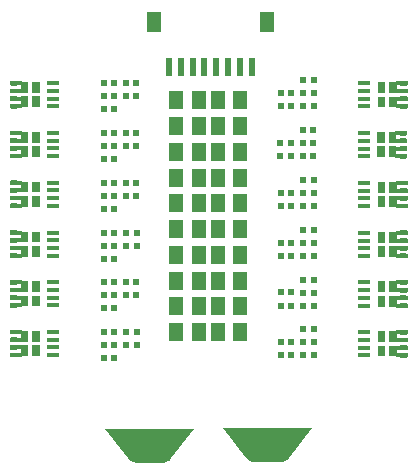
<source format=gtp>
G04*
G04 #@! TF.GenerationSoftware,Altium Limited,Altium Designer,24.6.1 (21)*
G04*
G04 Layer_Color=8421504*
%FSLAX44Y44*%
%MOMM*%
G71*
G04*
G04 #@! TF.SameCoordinates,C8D772FE-2820-431E-A14A-531BD9A9DE4E*
G04*
G04*
G04 #@! TF.FilePolarity,Positive*
G04*
G01*
G75*
G04:AMPARAMS|DCode=13|XSize=0.4mm|YSize=0.95mm|CornerRadius=0.074mm|HoleSize=0mm|Usage=FLASHONLY|Rotation=90.000|XOffset=0mm|YOffset=0mm|HoleType=Round|Shape=RoundedRectangle|*
%AMROUNDEDRECTD13*
21,1,0.4000,0.8020,0,0,90.0*
21,1,0.2520,0.9500,0,0,90.0*
1,1,0.1480,0.4010,0.1260*
1,1,0.1480,0.4010,-0.1260*
1,1,0.1480,-0.4010,-0.1260*
1,1,0.1480,-0.4010,0.1260*
%
%ADD13ROUNDEDRECTD13*%
%ADD14R,1.3000X1.5000*%
%ADD15R,1.2000X1.8000*%
%ADD16R,0.6000X1.5500*%
%ADD17R,0.5600X0.6000*%
%ADD18R,2.8000X2.8000*%
G36*
X40928Y321853D02*
X35558D01*
X35518Y321863D01*
X35478Y321873D01*
X35448D01*
X35408Y321883D01*
X35378Y321903D01*
X35348Y321913D01*
X35308Y321933D01*
X35278Y321943D01*
X35248Y321963D01*
X35218Y321983D01*
X35188Y322013D01*
X35158Y322033D01*
X35138Y322063D01*
X35108Y322083D01*
X35088Y322113D01*
X35058Y322143D01*
X35038Y322173D01*
X35018Y322203D01*
X35008Y322233D01*
X34988Y322273D01*
X34978Y322303D01*
X34958Y322333D01*
X34948Y322373D01*
Y322403D01*
X34938Y322443D01*
X34928Y322483D01*
Y325223D01*
X34938Y325263D01*
X34948Y325303D01*
Y325333D01*
X34958Y325373D01*
X34978Y325403D01*
X34988Y325433D01*
X35008Y325473D01*
X35018Y325503D01*
X35038Y325533D01*
X35058Y325563D01*
X35088Y325593D01*
X35108Y325623D01*
X35138Y325643D01*
X35158Y325673D01*
X35188Y325693D01*
X35218Y325723D01*
X35248Y325743D01*
X35278Y325763D01*
X35308Y325773D01*
X35348Y325793D01*
X35378Y325803D01*
X35408Y325823D01*
X35448Y325833D01*
X35478D01*
X35518Y325843D01*
X35558Y325853D01*
X40928D01*
Y321853D01*
D02*
G37*
G36*
X370512Y325667D02*
X370552Y325657D01*
X370582D01*
X370622Y325647D01*
X370652Y325627D01*
X370682Y325617D01*
X370722Y325597D01*
X370752Y325587D01*
X370782Y325567D01*
X370812Y325547D01*
X370842Y325517D01*
X370872Y325497D01*
X370892Y325467D01*
X370922Y325447D01*
X370942Y325417D01*
X370972Y325387D01*
X370992Y325357D01*
X371012Y325327D01*
X371022Y325297D01*
X371042Y325257D01*
X371052Y325227D01*
X371072Y325197D01*
X371082Y325157D01*
Y325127D01*
X371092Y325087D01*
X371102Y325047D01*
Y322307D01*
X371092Y322267D01*
X371082Y322227D01*
Y322197D01*
X371072Y322157D01*
X371052Y322127D01*
X371042Y322097D01*
X371022Y322057D01*
X371012Y322027D01*
X370992Y321997D01*
X370972Y321967D01*
X370942Y321937D01*
X370922Y321907D01*
X370892Y321887D01*
X370872Y321857D01*
X370842Y321837D01*
X370812Y321807D01*
X370782Y321787D01*
X370752Y321767D01*
X370722Y321757D01*
X370682Y321737D01*
X370652Y321727D01*
X370622Y321707D01*
X370582Y321697D01*
X370552D01*
X370512Y321687D01*
X370472Y321677D01*
X365102D01*
Y325677D01*
X370472D01*
X370512Y325667D01*
D02*
G37*
G36*
X60028Y315603D02*
X53428D01*
Y324703D01*
X60028D01*
Y315603D01*
D02*
G37*
G36*
X50428D02*
X43828D01*
Y324703D01*
X50428D01*
Y315603D01*
D02*
G37*
G36*
X362202Y315427D02*
X355602D01*
Y324527D01*
X362202D01*
Y315427D01*
D02*
G37*
G36*
X352602D02*
X346002D01*
Y324527D01*
X352602D01*
Y315427D01*
D02*
G37*
G36*
X40928Y315353D02*
X35558D01*
X35518Y315363D01*
X35478Y315373D01*
X35448D01*
X35408Y315383D01*
X35378Y315403D01*
X35348Y315413D01*
X35308Y315433D01*
X35278Y315443D01*
X35248Y315463D01*
X35218Y315483D01*
X35188Y315513D01*
X35158Y315533D01*
X35138Y315563D01*
X35108Y315583D01*
X35088Y315613D01*
X35058Y315643D01*
X35038Y315673D01*
X35018Y315703D01*
X35008Y315733D01*
X34988Y315773D01*
X34978Y315803D01*
X34958Y315833D01*
X34948Y315873D01*
Y315903D01*
X34938Y315943D01*
X34928Y315983D01*
Y318723D01*
X34938Y318763D01*
X34948Y318803D01*
Y318833D01*
X34958Y318873D01*
X34978Y318903D01*
X34988Y318933D01*
X35008Y318973D01*
X35018Y319003D01*
X35038Y319033D01*
X35058Y319063D01*
X35088Y319093D01*
X35108Y319123D01*
X35138Y319143D01*
X35158Y319173D01*
X35188Y319193D01*
X35218Y319223D01*
X35248Y319243D01*
X35278Y319263D01*
X35308Y319273D01*
X35348Y319293D01*
X35378Y319303D01*
X35408Y319323D01*
X35448Y319333D01*
X35478D01*
X35518Y319343D01*
X35558Y319353D01*
X40928D01*
Y315353D01*
D02*
G37*
G36*
X370512Y319167D02*
X370552Y319157D01*
X370582D01*
X370622Y319147D01*
X370652Y319127D01*
X370682Y319117D01*
X370722Y319097D01*
X370752Y319087D01*
X370782Y319067D01*
X370812Y319047D01*
X370842Y319017D01*
X370872Y318997D01*
X370892Y318967D01*
X370922Y318947D01*
X370942Y318917D01*
X370972Y318887D01*
X370992Y318857D01*
X371012Y318827D01*
X371022Y318797D01*
X371042Y318757D01*
X371052Y318727D01*
X371072Y318697D01*
X371082Y318657D01*
Y318627D01*
X371092Y318587D01*
X371102Y318547D01*
Y315807D01*
X371092Y315767D01*
X371082Y315727D01*
Y315697D01*
X371072Y315657D01*
X371052Y315627D01*
X371042Y315597D01*
X371022Y315557D01*
X371012Y315527D01*
X370992Y315497D01*
X370972Y315467D01*
X370942Y315437D01*
X370922Y315407D01*
X370892Y315387D01*
X370872Y315357D01*
X370842Y315337D01*
X370812Y315307D01*
X370782Y315287D01*
X370752Y315267D01*
X370722Y315257D01*
X370682Y315237D01*
X370652Y315227D01*
X370622Y315207D01*
X370582Y315197D01*
X370552D01*
X370512Y315187D01*
X370472Y315177D01*
X365102D01*
Y319177D01*
X370472D01*
X370512Y319167D01*
D02*
G37*
G36*
X40928Y308853D02*
X35558D01*
X35518Y308863D01*
X35478Y308873D01*
X35448D01*
X35408Y308883D01*
X35378Y308903D01*
X35348Y308913D01*
X35308Y308933D01*
X35278Y308943D01*
X35248Y308963D01*
X35218Y308983D01*
X35188Y309013D01*
X35158Y309033D01*
X35138Y309063D01*
X35108Y309083D01*
X35088Y309113D01*
X35058Y309143D01*
X35038Y309173D01*
X35018Y309203D01*
X35008Y309233D01*
X34988Y309273D01*
X34978Y309303D01*
X34958Y309333D01*
X34948Y309373D01*
Y309403D01*
X34938Y309443D01*
X34928Y309483D01*
Y312223D01*
X34938Y312263D01*
X34948Y312303D01*
Y312333D01*
X34958Y312373D01*
X34978Y312403D01*
X34988Y312433D01*
X35008Y312473D01*
X35018Y312503D01*
X35038Y312533D01*
X35058Y312563D01*
X35088Y312593D01*
X35108Y312623D01*
X35138Y312643D01*
X35158Y312673D01*
X35188Y312693D01*
X35218Y312723D01*
X35248Y312743D01*
X35278Y312763D01*
X35308Y312773D01*
X35348Y312793D01*
X35378Y312803D01*
X35408Y312823D01*
X35448Y312833D01*
X35478D01*
X35518Y312843D01*
X35558Y312853D01*
X40928D01*
Y308853D01*
D02*
G37*
G36*
X370512Y312667D02*
X370552Y312657D01*
X370582D01*
X370622Y312647D01*
X370652Y312627D01*
X370682Y312617D01*
X370722Y312597D01*
X370752Y312587D01*
X370782Y312567D01*
X370812Y312547D01*
X370842Y312517D01*
X370872Y312497D01*
X370892Y312467D01*
X370922Y312447D01*
X370942Y312417D01*
X370972Y312387D01*
X370992Y312357D01*
X371012Y312327D01*
X371022Y312297D01*
X371042Y312257D01*
X371052Y312227D01*
X371072Y312197D01*
X371082Y312157D01*
Y312127D01*
X371092Y312087D01*
X371102Y312047D01*
Y309307D01*
X371092Y309267D01*
X371082Y309227D01*
Y309197D01*
X371072Y309157D01*
X371052Y309127D01*
X371042Y309097D01*
X371022Y309057D01*
X371012Y309027D01*
X370992Y308997D01*
X370972Y308967D01*
X370942Y308937D01*
X370922Y308907D01*
X370892Y308887D01*
X370872Y308857D01*
X370842Y308837D01*
X370812Y308807D01*
X370782Y308787D01*
X370752Y308767D01*
X370722Y308757D01*
X370682Y308737D01*
X370652Y308727D01*
X370622Y308707D01*
X370582Y308697D01*
X370552D01*
X370512Y308687D01*
X370472Y308677D01*
X365102D01*
Y312677D01*
X370472D01*
X370512Y312667D01*
D02*
G37*
G36*
X60028Y303503D02*
X53428D01*
Y312603D01*
X60028D01*
Y303503D01*
D02*
G37*
G36*
X50428D02*
X43828D01*
Y312603D01*
X50428D01*
Y303503D01*
D02*
G37*
G36*
X362202Y303327D02*
X355602D01*
Y312427D01*
X362202D01*
Y303327D01*
D02*
G37*
G36*
X352602D02*
X346002D01*
Y312427D01*
X352602D01*
Y303327D01*
D02*
G37*
G36*
X40928Y302353D02*
X35558D01*
X35518Y302363D01*
X35478Y302373D01*
X35448D01*
X35408Y302383D01*
X35378Y302403D01*
X35348Y302413D01*
X35308Y302433D01*
X35278Y302443D01*
X35248Y302463D01*
X35218Y302483D01*
X35188Y302513D01*
X35158Y302533D01*
X35138Y302563D01*
X35108Y302583D01*
X35088Y302613D01*
X35058Y302643D01*
X35038Y302673D01*
X35018Y302703D01*
X35008Y302733D01*
X34988Y302773D01*
X34978Y302803D01*
X34958Y302833D01*
X34948Y302873D01*
Y302903D01*
X34938Y302943D01*
X34928Y302983D01*
Y305723D01*
X34938Y305763D01*
X34948Y305803D01*
Y305833D01*
X34958Y305873D01*
X34978Y305903D01*
X34988Y305933D01*
X35008Y305973D01*
X35018Y306003D01*
X35038Y306033D01*
X35058Y306063D01*
X35088Y306093D01*
X35108Y306123D01*
X35138Y306143D01*
X35158Y306173D01*
X35188Y306193D01*
X35218Y306223D01*
X35248Y306243D01*
X35278Y306263D01*
X35308Y306273D01*
X35348Y306293D01*
X35378Y306303D01*
X35408Y306323D01*
X35448Y306333D01*
X35478D01*
X35518Y306343D01*
X35558Y306353D01*
X40928D01*
Y302353D01*
D02*
G37*
G36*
X370512Y306167D02*
X370552Y306157D01*
X370582D01*
X370622Y306147D01*
X370652Y306127D01*
X370682Y306117D01*
X370722Y306097D01*
X370752Y306087D01*
X370782Y306067D01*
X370812Y306047D01*
X370842Y306017D01*
X370872Y305997D01*
X370892Y305967D01*
X370922Y305947D01*
X370942Y305917D01*
X370972Y305887D01*
X370992Y305857D01*
X371012Y305827D01*
X371022Y305797D01*
X371042Y305757D01*
X371052Y305727D01*
X371072Y305697D01*
X371082Y305657D01*
Y305627D01*
X371092Y305587D01*
X371102Y305547D01*
Y302807D01*
X371092Y302767D01*
X371082Y302727D01*
Y302697D01*
X371072Y302657D01*
X371052Y302627D01*
X371042Y302597D01*
X371022Y302557D01*
X371012Y302527D01*
X370992Y302497D01*
X370972Y302467D01*
X370942Y302437D01*
X370922Y302407D01*
X370892Y302387D01*
X370872Y302357D01*
X370842Y302337D01*
X370812Y302307D01*
X370782Y302287D01*
X370752Y302267D01*
X370722Y302257D01*
X370682Y302237D01*
X370652Y302227D01*
X370622Y302207D01*
X370582Y302197D01*
X370552D01*
X370512Y302187D01*
X370472Y302177D01*
X365102D01*
Y306177D01*
X370472D01*
X370512Y306167D01*
D02*
G37*
G36*
X40928Y279712D02*
X35558D01*
X35518Y279722D01*
X35478Y279732D01*
X35448D01*
X35408Y279742D01*
X35378Y279762D01*
X35348Y279772D01*
X35308Y279792D01*
X35278Y279802D01*
X35248Y279822D01*
X35218Y279842D01*
X35188Y279872D01*
X35158Y279892D01*
X35138Y279922D01*
X35108Y279942D01*
X35088Y279972D01*
X35058Y280002D01*
X35038Y280032D01*
X35018Y280062D01*
X35008Y280092D01*
X34988Y280132D01*
X34978Y280162D01*
X34958Y280192D01*
X34948Y280232D01*
Y280262D01*
X34938Y280302D01*
X34928Y280342D01*
Y283082D01*
X34938Y283122D01*
X34948Y283162D01*
Y283192D01*
X34958Y283232D01*
X34978Y283262D01*
X34988Y283292D01*
X35008Y283332D01*
X35018Y283362D01*
X35038Y283392D01*
X35058Y283422D01*
X35088Y283452D01*
X35108Y283482D01*
X35138Y283502D01*
X35158Y283532D01*
X35188Y283552D01*
X35218Y283582D01*
X35248Y283602D01*
X35278Y283622D01*
X35308Y283632D01*
X35348Y283652D01*
X35378Y283662D01*
X35408Y283682D01*
X35448Y283692D01*
X35478D01*
X35518Y283702D01*
X35558Y283712D01*
X40928D01*
Y279712D01*
D02*
G37*
G36*
X370263Y283526D02*
X370303Y283516D01*
X370333D01*
X370373Y283506D01*
X370403Y283486D01*
X370433Y283476D01*
X370473Y283456D01*
X370503Y283446D01*
X370533Y283426D01*
X370563Y283406D01*
X370593Y283376D01*
X370623Y283356D01*
X370643Y283326D01*
X370673Y283306D01*
X370693Y283276D01*
X370723Y283246D01*
X370743Y283216D01*
X370763Y283186D01*
X370773Y283156D01*
X370793Y283116D01*
X370803Y283086D01*
X370823Y283056D01*
X370833Y283016D01*
Y282986D01*
X370843Y282946D01*
X370853Y282906D01*
Y280166D01*
X370843Y280126D01*
X370833Y280086D01*
Y280056D01*
X370823Y280016D01*
X370803Y279986D01*
X370793Y279956D01*
X370773Y279916D01*
X370763Y279886D01*
X370743Y279856D01*
X370723Y279826D01*
X370693Y279796D01*
X370673Y279766D01*
X370643Y279746D01*
X370623Y279716D01*
X370593Y279696D01*
X370563Y279666D01*
X370533Y279646D01*
X370503Y279626D01*
X370473Y279616D01*
X370433Y279596D01*
X370403Y279586D01*
X370373Y279566D01*
X370333Y279556D01*
X370303D01*
X370263Y279546D01*
X370223Y279536D01*
X364853D01*
Y283536D01*
X370223D01*
X370263Y283526D01*
D02*
G37*
G36*
X60028Y273462D02*
X53428D01*
Y282562D01*
X60028D01*
Y273462D01*
D02*
G37*
G36*
X50428D02*
X43828D01*
Y282562D01*
X50428D01*
Y273462D01*
D02*
G37*
G36*
X361953Y273286D02*
X355353D01*
Y282386D01*
X361953D01*
Y273286D01*
D02*
G37*
G36*
X352353D02*
X345753D01*
Y282386D01*
X352353D01*
Y273286D01*
D02*
G37*
G36*
X40928Y273212D02*
X35558D01*
X35518Y273222D01*
X35478Y273232D01*
X35448D01*
X35408Y273242D01*
X35378Y273262D01*
X35348Y273272D01*
X35308Y273292D01*
X35278Y273302D01*
X35248Y273322D01*
X35218Y273342D01*
X35188Y273372D01*
X35158Y273392D01*
X35138Y273422D01*
X35108Y273442D01*
X35088Y273472D01*
X35058Y273502D01*
X35038Y273532D01*
X35018Y273562D01*
X35008Y273592D01*
X34988Y273632D01*
X34978Y273662D01*
X34958Y273692D01*
X34948Y273732D01*
Y273762D01*
X34938Y273802D01*
X34928Y273842D01*
Y276582D01*
X34938Y276622D01*
X34948Y276662D01*
Y276692D01*
X34958Y276732D01*
X34978Y276762D01*
X34988Y276792D01*
X35008Y276832D01*
X35018Y276862D01*
X35038Y276892D01*
X35058Y276922D01*
X35088Y276952D01*
X35108Y276982D01*
X35138Y277002D01*
X35158Y277032D01*
X35188Y277052D01*
X35218Y277082D01*
X35248Y277102D01*
X35278Y277122D01*
X35308Y277132D01*
X35348Y277152D01*
X35378Y277162D01*
X35408Y277182D01*
X35448Y277192D01*
X35478D01*
X35518Y277202D01*
X35558Y277212D01*
X40928D01*
Y273212D01*
D02*
G37*
G36*
X370263Y277026D02*
X370303Y277016D01*
X370333D01*
X370373Y277006D01*
X370403Y276986D01*
X370433Y276976D01*
X370473Y276956D01*
X370503Y276946D01*
X370533Y276926D01*
X370563Y276906D01*
X370593Y276876D01*
X370623Y276856D01*
X370643Y276826D01*
X370673Y276806D01*
X370693Y276776D01*
X370723Y276746D01*
X370743Y276716D01*
X370763Y276686D01*
X370773Y276656D01*
X370793Y276616D01*
X370803Y276586D01*
X370823Y276556D01*
X370833Y276516D01*
Y276486D01*
X370843Y276446D01*
X370853Y276406D01*
Y273666D01*
X370843Y273626D01*
X370833Y273586D01*
Y273556D01*
X370823Y273516D01*
X370803Y273486D01*
X370793Y273456D01*
X370773Y273416D01*
X370763Y273386D01*
X370743Y273356D01*
X370723Y273326D01*
X370693Y273296D01*
X370673Y273266D01*
X370643Y273246D01*
X370623Y273216D01*
X370593Y273196D01*
X370563Y273166D01*
X370533Y273146D01*
X370503Y273126D01*
X370473Y273116D01*
X370433Y273096D01*
X370403Y273086D01*
X370373Y273066D01*
X370333Y273056D01*
X370303D01*
X370263Y273046D01*
X370223Y273036D01*
X364853D01*
Y277036D01*
X370223D01*
X370263Y277026D01*
D02*
G37*
G36*
X40928Y266712D02*
X35558D01*
X35518Y266722D01*
X35478Y266732D01*
X35448D01*
X35408Y266742D01*
X35378Y266762D01*
X35348Y266772D01*
X35308Y266792D01*
X35278Y266802D01*
X35248Y266822D01*
X35218Y266842D01*
X35188Y266872D01*
X35158Y266892D01*
X35138Y266922D01*
X35108Y266942D01*
X35088Y266972D01*
X35058Y267002D01*
X35038Y267032D01*
X35018Y267062D01*
X35008Y267092D01*
X34988Y267132D01*
X34978Y267162D01*
X34958Y267192D01*
X34948Y267232D01*
Y267262D01*
X34938Y267302D01*
X34928Y267342D01*
Y270082D01*
X34938Y270122D01*
X34948Y270162D01*
Y270192D01*
X34958Y270232D01*
X34978Y270262D01*
X34988Y270292D01*
X35008Y270332D01*
X35018Y270362D01*
X35038Y270392D01*
X35058Y270422D01*
X35088Y270452D01*
X35108Y270482D01*
X35138Y270502D01*
X35158Y270532D01*
X35188Y270552D01*
X35218Y270582D01*
X35248Y270602D01*
X35278Y270622D01*
X35308Y270632D01*
X35348Y270652D01*
X35378Y270662D01*
X35408Y270682D01*
X35448Y270692D01*
X35478D01*
X35518Y270702D01*
X35558Y270712D01*
X40928D01*
Y266712D01*
D02*
G37*
G36*
X370263Y270526D02*
X370303Y270516D01*
X370333D01*
X370373Y270506D01*
X370403Y270486D01*
X370433Y270476D01*
X370473Y270456D01*
X370503Y270446D01*
X370533Y270426D01*
X370563Y270406D01*
X370593Y270376D01*
X370623Y270356D01*
X370643Y270326D01*
X370673Y270306D01*
X370693Y270276D01*
X370723Y270246D01*
X370743Y270216D01*
X370763Y270186D01*
X370773Y270156D01*
X370793Y270116D01*
X370803Y270086D01*
X370823Y270056D01*
X370833Y270016D01*
Y269986D01*
X370843Y269946D01*
X370853Y269906D01*
Y267166D01*
X370843Y267126D01*
X370833Y267086D01*
Y267056D01*
X370823Y267016D01*
X370803Y266986D01*
X370793Y266956D01*
X370773Y266916D01*
X370763Y266886D01*
X370743Y266856D01*
X370723Y266826D01*
X370693Y266796D01*
X370673Y266766D01*
X370643Y266746D01*
X370623Y266716D01*
X370593Y266696D01*
X370563Y266666D01*
X370533Y266646D01*
X370503Y266626D01*
X370473Y266616D01*
X370433Y266596D01*
X370403Y266586D01*
X370373Y266566D01*
X370333Y266556D01*
X370303D01*
X370263Y266546D01*
X370223Y266536D01*
X364853D01*
Y270536D01*
X370223D01*
X370263Y270526D01*
D02*
G37*
G36*
X60028Y261362D02*
X53428D01*
Y270462D01*
X60028D01*
Y261362D01*
D02*
G37*
G36*
X50428D02*
X43828D01*
Y270462D01*
X50428D01*
Y261362D01*
D02*
G37*
G36*
X361953Y261186D02*
X355353D01*
Y270286D01*
X361953D01*
Y261186D01*
D02*
G37*
G36*
X352353D02*
X345753D01*
Y270286D01*
X352353D01*
Y261186D01*
D02*
G37*
G36*
X40928Y260212D02*
X35558D01*
X35518Y260222D01*
X35478Y260232D01*
X35448D01*
X35408Y260242D01*
X35378Y260262D01*
X35348Y260272D01*
X35308Y260292D01*
X35278Y260302D01*
X35248Y260322D01*
X35218Y260342D01*
X35188Y260372D01*
X35158Y260392D01*
X35138Y260422D01*
X35108Y260442D01*
X35088Y260472D01*
X35058Y260502D01*
X35038Y260532D01*
X35018Y260562D01*
X35008Y260592D01*
X34988Y260632D01*
X34978Y260662D01*
X34958Y260692D01*
X34948Y260732D01*
Y260762D01*
X34938Y260802D01*
X34928Y260842D01*
Y263582D01*
X34938Y263622D01*
X34948Y263662D01*
Y263692D01*
X34958Y263732D01*
X34978Y263762D01*
X34988Y263792D01*
X35008Y263832D01*
X35018Y263862D01*
X35038Y263892D01*
X35058Y263922D01*
X35088Y263952D01*
X35108Y263982D01*
X35138Y264002D01*
X35158Y264032D01*
X35188Y264052D01*
X35218Y264082D01*
X35248Y264102D01*
X35278Y264122D01*
X35308Y264132D01*
X35348Y264152D01*
X35378Y264162D01*
X35408Y264182D01*
X35448Y264192D01*
X35478D01*
X35518Y264202D01*
X35558Y264212D01*
X40928D01*
Y260212D01*
D02*
G37*
G36*
X370263Y264026D02*
X370303Y264016D01*
X370333D01*
X370373Y264006D01*
X370403Y263986D01*
X370433Y263976D01*
X370473Y263956D01*
X370503Y263946D01*
X370533Y263926D01*
X370563Y263906D01*
X370593Y263876D01*
X370623Y263856D01*
X370643Y263826D01*
X370673Y263806D01*
X370693Y263776D01*
X370723Y263746D01*
X370743Y263716D01*
X370763Y263686D01*
X370773Y263656D01*
X370793Y263616D01*
X370803Y263586D01*
X370823Y263556D01*
X370833Y263516D01*
Y263486D01*
X370843Y263446D01*
X370853Y263406D01*
Y260666D01*
X370843Y260626D01*
X370833Y260586D01*
Y260556D01*
X370823Y260516D01*
X370803Y260486D01*
X370793Y260456D01*
X370773Y260416D01*
X370763Y260386D01*
X370743Y260356D01*
X370723Y260326D01*
X370693Y260296D01*
X370673Y260266D01*
X370643Y260246D01*
X370623Y260216D01*
X370593Y260196D01*
X370563Y260166D01*
X370533Y260146D01*
X370503Y260126D01*
X370473Y260116D01*
X370433Y260096D01*
X370403Y260086D01*
X370373Y260066D01*
X370333Y260056D01*
X370303D01*
X370263Y260046D01*
X370223Y260036D01*
X364853D01*
Y264036D01*
X370223D01*
X370263Y264026D01*
D02*
G37*
G36*
X40928Y237571D02*
X35558D01*
X35518Y237581D01*
X35478Y237591D01*
X35448D01*
X35408Y237601D01*
X35378Y237621D01*
X35348Y237631D01*
X35308Y237651D01*
X35278Y237661D01*
X35248Y237681D01*
X35218Y237701D01*
X35188Y237731D01*
X35158Y237751D01*
X35138Y237781D01*
X35108Y237801D01*
X35088Y237831D01*
X35058Y237861D01*
X35038Y237891D01*
X35018Y237921D01*
X35008Y237951D01*
X34988Y237991D01*
X34978Y238021D01*
X34958Y238051D01*
X34948Y238091D01*
Y238121D01*
X34938Y238161D01*
X34928Y238201D01*
Y240941D01*
X34938Y240981D01*
X34948Y241021D01*
Y241051D01*
X34958Y241091D01*
X34978Y241121D01*
X34988Y241151D01*
X35008Y241191D01*
X35018Y241221D01*
X35038Y241251D01*
X35058Y241281D01*
X35088Y241311D01*
X35108Y241341D01*
X35138Y241361D01*
X35158Y241391D01*
X35188Y241411D01*
X35218Y241441D01*
X35248Y241461D01*
X35278Y241481D01*
X35308Y241491D01*
X35348Y241511D01*
X35378Y241521D01*
X35408Y241541D01*
X35448Y241551D01*
X35478D01*
X35518Y241561D01*
X35558Y241571D01*
X40928D01*
Y237571D01*
D02*
G37*
G36*
X370512Y241385D02*
X370552Y241375D01*
X370582D01*
X370622Y241365D01*
X370652Y241345D01*
X370682Y241335D01*
X370722Y241315D01*
X370752Y241305D01*
X370782Y241285D01*
X370812Y241265D01*
X370842Y241235D01*
X370872Y241215D01*
X370892Y241185D01*
X370922Y241165D01*
X370942Y241135D01*
X370972Y241105D01*
X370992Y241075D01*
X371012Y241045D01*
X371022Y241015D01*
X371042Y240975D01*
X371052Y240945D01*
X371072Y240915D01*
X371082Y240875D01*
Y240845D01*
X371092Y240805D01*
X371102Y240765D01*
Y238025D01*
X371092Y237985D01*
X371082Y237945D01*
Y237915D01*
X371072Y237875D01*
X371052Y237845D01*
X371042Y237815D01*
X371022Y237775D01*
X371012Y237745D01*
X370992Y237715D01*
X370972Y237685D01*
X370942Y237655D01*
X370922Y237625D01*
X370892Y237605D01*
X370872Y237575D01*
X370842Y237555D01*
X370812Y237525D01*
X370782Y237505D01*
X370752Y237485D01*
X370722Y237475D01*
X370682Y237455D01*
X370652Y237445D01*
X370622Y237425D01*
X370582Y237415D01*
X370552D01*
X370512Y237405D01*
X370472Y237395D01*
X365102D01*
Y241395D01*
X370472D01*
X370512Y241385D01*
D02*
G37*
G36*
X60028Y231321D02*
X53428D01*
Y240421D01*
X60028D01*
Y231321D01*
D02*
G37*
G36*
X50428D02*
X43828D01*
Y240421D01*
X50428D01*
Y231321D01*
D02*
G37*
G36*
X362202Y231145D02*
X355602D01*
Y240245D01*
X362202D01*
Y231145D01*
D02*
G37*
G36*
X352602D02*
X346002D01*
Y240245D01*
X352602D01*
Y231145D01*
D02*
G37*
G36*
X40928Y231071D02*
X35558D01*
X35518Y231081D01*
X35478Y231091D01*
X35448D01*
X35408Y231101D01*
X35378Y231121D01*
X35348Y231131D01*
X35308Y231151D01*
X35278Y231161D01*
X35248Y231181D01*
X35218Y231201D01*
X35188Y231231D01*
X35158Y231251D01*
X35138Y231281D01*
X35108Y231301D01*
X35088Y231331D01*
X35058Y231361D01*
X35038Y231391D01*
X35018Y231421D01*
X35008Y231451D01*
X34988Y231491D01*
X34978Y231521D01*
X34958Y231551D01*
X34948Y231591D01*
Y231621D01*
X34938Y231661D01*
X34928Y231701D01*
Y234441D01*
X34938Y234481D01*
X34948Y234521D01*
Y234551D01*
X34958Y234591D01*
X34978Y234621D01*
X34988Y234651D01*
X35008Y234691D01*
X35018Y234721D01*
X35038Y234751D01*
X35058Y234781D01*
X35088Y234811D01*
X35108Y234841D01*
X35138Y234861D01*
X35158Y234891D01*
X35188Y234911D01*
X35218Y234941D01*
X35248Y234961D01*
X35278Y234981D01*
X35308Y234991D01*
X35348Y235011D01*
X35378Y235021D01*
X35408Y235041D01*
X35448Y235051D01*
X35478D01*
X35518Y235061D01*
X35558Y235071D01*
X40928D01*
Y231071D01*
D02*
G37*
G36*
X370512Y234885D02*
X370552Y234875D01*
X370582D01*
X370622Y234865D01*
X370652Y234845D01*
X370682Y234835D01*
X370722Y234815D01*
X370752Y234805D01*
X370782Y234785D01*
X370812Y234765D01*
X370842Y234735D01*
X370872Y234715D01*
X370892Y234685D01*
X370922Y234665D01*
X370942Y234635D01*
X370972Y234605D01*
X370992Y234575D01*
X371012Y234545D01*
X371022Y234515D01*
X371042Y234475D01*
X371052Y234445D01*
X371072Y234415D01*
X371082Y234375D01*
Y234345D01*
X371092Y234305D01*
X371102Y234265D01*
Y231525D01*
X371092Y231485D01*
X371082Y231445D01*
Y231415D01*
X371072Y231375D01*
X371052Y231345D01*
X371042Y231315D01*
X371022Y231275D01*
X371012Y231245D01*
X370992Y231215D01*
X370972Y231185D01*
X370942Y231155D01*
X370922Y231125D01*
X370892Y231105D01*
X370872Y231075D01*
X370842Y231055D01*
X370812Y231025D01*
X370782Y231005D01*
X370752Y230985D01*
X370722Y230975D01*
X370682Y230955D01*
X370652Y230945D01*
X370622Y230925D01*
X370582Y230915D01*
X370552D01*
X370512Y230905D01*
X370472Y230895D01*
X365102D01*
Y234895D01*
X370472D01*
X370512Y234885D01*
D02*
G37*
G36*
X40928Y224571D02*
X35558D01*
X35518Y224581D01*
X35478Y224591D01*
X35448D01*
X35408Y224601D01*
X35378Y224621D01*
X35348Y224631D01*
X35308Y224651D01*
X35278Y224661D01*
X35248Y224681D01*
X35218Y224701D01*
X35188Y224731D01*
X35158Y224751D01*
X35138Y224781D01*
X35108Y224801D01*
X35088Y224831D01*
X35058Y224861D01*
X35038Y224891D01*
X35018Y224921D01*
X35008Y224951D01*
X34988Y224991D01*
X34978Y225021D01*
X34958Y225051D01*
X34948Y225091D01*
Y225121D01*
X34938Y225161D01*
X34928Y225201D01*
Y227941D01*
X34938Y227981D01*
X34948Y228021D01*
Y228051D01*
X34958Y228091D01*
X34978Y228121D01*
X34988Y228151D01*
X35008Y228191D01*
X35018Y228221D01*
X35038Y228251D01*
X35058Y228281D01*
X35088Y228311D01*
X35108Y228341D01*
X35138Y228361D01*
X35158Y228391D01*
X35188Y228411D01*
X35218Y228441D01*
X35248Y228461D01*
X35278Y228481D01*
X35308Y228491D01*
X35348Y228511D01*
X35378Y228521D01*
X35408Y228541D01*
X35448Y228551D01*
X35478D01*
X35518Y228561D01*
X35558Y228571D01*
X40928D01*
Y224571D01*
D02*
G37*
G36*
X370512Y228385D02*
X370552Y228375D01*
X370582D01*
X370622Y228365D01*
X370652Y228345D01*
X370682Y228335D01*
X370722Y228315D01*
X370752Y228305D01*
X370782Y228285D01*
X370812Y228265D01*
X370842Y228235D01*
X370872Y228215D01*
X370892Y228185D01*
X370922Y228165D01*
X370942Y228135D01*
X370972Y228105D01*
X370992Y228075D01*
X371012Y228045D01*
X371022Y228015D01*
X371042Y227975D01*
X371052Y227945D01*
X371072Y227915D01*
X371082Y227875D01*
Y227845D01*
X371092Y227805D01*
X371102Y227765D01*
Y225025D01*
X371092Y224985D01*
X371082Y224945D01*
Y224915D01*
X371072Y224875D01*
X371052Y224845D01*
X371042Y224815D01*
X371022Y224775D01*
X371012Y224745D01*
X370992Y224715D01*
X370972Y224685D01*
X370942Y224655D01*
X370922Y224625D01*
X370892Y224605D01*
X370872Y224575D01*
X370842Y224555D01*
X370812Y224525D01*
X370782Y224505D01*
X370752Y224485D01*
X370722Y224475D01*
X370682Y224455D01*
X370652Y224445D01*
X370622Y224425D01*
X370582Y224415D01*
X370552D01*
X370512Y224405D01*
X370472Y224395D01*
X365102D01*
Y228395D01*
X370472D01*
X370512Y228385D01*
D02*
G37*
G36*
X60028Y219221D02*
X53428D01*
Y228321D01*
X60028D01*
Y219221D01*
D02*
G37*
G36*
X50428D02*
X43828D01*
Y228321D01*
X50428D01*
Y219221D01*
D02*
G37*
G36*
X362202Y219045D02*
X355602D01*
Y228145D01*
X362202D01*
Y219045D01*
D02*
G37*
G36*
X352602D02*
X346002D01*
Y228145D01*
X352602D01*
Y219045D01*
D02*
G37*
G36*
X40928Y218071D02*
X35558D01*
X35518Y218081D01*
X35478Y218091D01*
X35448D01*
X35408Y218101D01*
X35378Y218121D01*
X35348Y218131D01*
X35308Y218151D01*
X35278Y218161D01*
X35248Y218181D01*
X35218Y218201D01*
X35188Y218231D01*
X35158Y218251D01*
X35138Y218281D01*
X35108Y218301D01*
X35088Y218331D01*
X35058Y218361D01*
X35038Y218391D01*
X35018Y218421D01*
X35008Y218451D01*
X34988Y218491D01*
X34978Y218521D01*
X34958Y218551D01*
X34948Y218591D01*
Y218621D01*
X34938Y218661D01*
X34928Y218701D01*
Y221441D01*
X34938Y221481D01*
X34948Y221521D01*
Y221551D01*
X34958Y221591D01*
X34978Y221621D01*
X34988Y221651D01*
X35008Y221691D01*
X35018Y221721D01*
X35038Y221751D01*
X35058Y221781D01*
X35088Y221811D01*
X35108Y221841D01*
X35138Y221861D01*
X35158Y221891D01*
X35188Y221911D01*
X35218Y221941D01*
X35248Y221961D01*
X35278Y221981D01*
X35308Y221991D01*
X35348Y222011D01*
X35378Y222021D01*
X35408Y222041D01*
X35448Y222051D01*
X35478D01*
X35518Y222061D01*
X35558Y222071D01*
X40928D01*
Y218071D01*
D02*
G37*
G36*
X370512Y221885D02*
X370552Y221875D01*
X370582D01*
X370622Y221865D01*
X370652Y221845D01*
X370682Y221835D01*
X370722Y221815D01*
X370752Y221805D01*
X370782Y221785D01*
X370812Y221765D01*
X370842Y221735D01*
X370872Y221715D01*
X370892Y221685D01*
X370922Y221665D01*
X370942Y221635D01*
X370972Y221605D01*
X370992Y221575D01*
X371012Y221545D01*
X371022Y221515D01*
X371042Y221475D01*
X371052Y221445D01*
X371072Y221415D01*
X371082Y221375D01*
Y221345D01*
X371092Y221305D01*
X371102Y221265D01*
Y218525D01*
X371092Y218485D01*
X371082Y218445D01*
Y218415D01*
X371072Y218375D01*
X371052Y218345D01*
X371042Y218315D01*
X371022Y218275D01*
X371012Y218245D01*
X370992Y218215D01*
X370972Y218185D01*
X370942Y218155D01*
X370922Y218125D01*
X370892Y218105D01*
X370872Y218075D01*
X370842Y218055D01*
X370812Y218025D01*
X370782Y218005D01*
X370752Y217985D01*
X370722Y217975D01*
X370682Y217955D01*
X370652Y217945D01*
X370622Y217925D01*
X370582Y217915D01*
X370552D01*
X370512Y217905D01*
X370472Y217895D01*
X365102D01*
Y221895D01*
X370472D01*
X370512Y221885D01*
D02*
G37*
G36*
X40928Y195343D02*
X35558D01*
X35518Y195353D01*
X35478Y195363D01*
X35448D01*
X35408Y195373D01*
X35378Y195393D01*
X35348Y195403D01*
X35308Y195423D01*
X35278Y195433D01*
X35248Y195453D01*
X35218Y195473D01*
X35188Y195503D01*
X35158Y195523D01*
X35138Y195553D01*
X35108Y195573D01*
X35088Y195603D01*
X35058Y195633D01*
X35038Y195663D01*
X35018Y195693D01*
X35008Y195723D01*
X34988Y195763D01*
X34978Y195793D01*
X34958Y195823D01*
X34948Y195863D01*
Y195893D01*
X34938Y195933D01*
X34928Y195973D01*
Y198713D01*
X34938Y198753D01*
X34948Y198793D01*
Y198823D01*
X34958Y198863D01*
X34978Y198893D01*
X34988Y198923D01*
X35008Y198963D01*
X35018Y198993D01*
X35038Y199023D01*
X35058Y199053D01*
X35088Y199083D01*
X35108Y199113D01*
X35138Y199133D01*
X35158Y199163D01*
X35188Y199183D01*
X35218Y199213D01*
X35248Y199233D01*
X35278Y199253D01*
X35308Y199263D01*
X35348Y199283D01*
X35378Y199293D01*
X35408Y199313D01*
X35448Y199323D01*
X35478D01*
X35518Y199333D01*
X35558Y199343D01*
X40928D01*
Y195343D01*
D02*
G37*
G36*
X370512Y199157D02*
X370552Y199147D01*
X370582D01*
X370622Y199137D01*
X370652Y199117D01*
X370682Y199107D01*
X370722Y199087D01*
X370752Y199077D01*
X370782Y199057D01*
X370812Y199037D01*
X370842Y199007D01*
X370872Y198987D01*
X370892Y198957D01*
X370922Y198937D01*
X370942Y198907D01*
X370972Y198877D01*
X370992Y198847D01*
X371012Y198817D01*
X371022Y198787D01*
X371042Y198747D01*
X371052Y198717D01*
X371072Y198687D01*
X371082Y198647D01*
Y198617D01*
X371092Y198577D01*
X371102Y198537D01*
Y195797D01*
X371092Y195757D01*
X371082Y195717D01*
Y195687D01*
X371072Y195647D01*
X371052Y195617D01*
X371042Y195587D01*
X371022Y195547D01*
X371012Y195517D01*
X370992Y195487D01*
X370972Y195457D01*
X370942Y195427D01*
X370922Y195397D01*
X370892Y195377D01*
X370872Y195347D01*
X370842Y195327D01*
X370812Y195297D01*
X370782Y195277D01*
X370752Y195257D01*
X370722Y195247D01*
X370682Y195227D01*
X370652Y195217D01*
X370622Y195197D01*
X370582Y195187D01*
X370552D01*
X370512Y195177D01*
X370472Y195167D01*
X365102D01*
Y199167D01*
X370472D01*
X370512Y199157D01*
D02*
G37*
G36*
X60028Y189093D02*
X53428D01*
Y198193D01*
X60028D01*
Y189093D01*
D02*
G37*
G36*
X50428D02*
X43828D01*
Y198193D01*
X50428D01*
Y189093D01*
D02*
G37*
G36*
X362202Y188917D02*
X355602D01*
Y198017D01*
X362202D01*
Y188917D01*
D02*
G37*
G36*
X352602D02*
X346002D01*
Y198017D01*
X352602D01*
Y188917D01*
D02*
G37*
G36*
X40928Y188843D02*
X35558D01*
X35518Y188853D01*
X35478Y188863D01*
X35448D01*
X35408Y188873D01*
X35378Y188893D01*
X35348Y188903D01*
X35308Y188923D01*
X35278Y188933D01*
X35248Y188953D01*
X35218Y188973D01*
X35188Y189003D01*
X35158Y189023D01*
X35138Y189053D01*
X35108Y189073D01*
X35088Y189103D01*
X35058Y189133D01*
X35038Y189163D01*
X35018Y189193D01*
X35008Y189223D01*
X34988Y189263D01*
X34978Y189293D01*
X34958Y189323D01*
X34948Y189363D01*
Y189393D01*
X34938Y189433D01*
X34928Y189473D01*
Y192213D01*
X34938Y192253D01*
X34948Y192293D01*
Y192323D01*
X34958Y192363D01*
X34978Y192393D01*
X34988Y192423D01*
X35008Y192463D01*
X35018Y192493D01*
X35038Y192523D01*
X35058Y192553D01*
X35088Y192583D01*
X35108Y192613D01*
X35138Y192633D01*
X35158Y192663D01*
X35188Y192683D01*
X35218Y192713D01*
X35248Y192733D01*
X35278Y192753D01*
X35308Y192763D01*
X35348Y192783D01*
X35378Y192793D01*
X35408Y192813D01*
X35448Y192823D01*
X35478D01*
X35518Y192833D01*
X35558Y192843D01*
X40928D01*
Y188843D01*
D02*
G37*
G36*
X370512Y192657D02*
X370552Y192647D01*
X370582D01*
X370622Y192637D01*
X370652Y192617D01*
X370682Y192607D01*
X370722Y192587D01*
X370752Y192577D01*
X370782Y192557D01*
X370812Y192537D01*
X370842Y192507D01*
X370872Y192487D01*
X370892Y192457D01*
X370922Y192437D01*
X370942Y192407D01*
X370972Y192377D01*
X370992Y192347D01*
X371012Y192317D01*
X371022Y192287D01*
X371042Y192247D01*
X371052Y192217D01*
X371072Y192187D01*
X371082Y192147D01*
Y192117D01*
X371092Y192077D01*
X371102Y192037D01*
Y189297D01*
X371092Y189257D01*
X371082Y189217D01*
Y189187D01*
X371072Y189147D01*
X371052Y189117D01*
X371042Y189087D01*
X371022Y189047D01*
X371012Y189017D01*
X370992Y188987D01*
X370972Y188957D01*
X370942Y188927D01*
X370922Y188897D01*
X370892Y188877D01*
X370872Y188847D01*
X370842Y188827D01*
X370812Y188797D01*
X370782Y188777D01*
X370752Y188757D01*
X370722Y188747D01*
X370682Y188727D01*
X370652Y188717D01*
X370622Y188697D01*
X370582Y188687D01*
X370552D01*
X370512Y188677D01*
X370472Y188667D01*
X365102D01*
Y192667D01*
X370472D01*
X370512Y192657D01*
D02*
G37*
G36*
X40928Y182343D02*
X35558D01*
X35518Y182353D01*
X35478Y182363D01*
X35448D01*
X35408Y182373D01*
X35378Y182393D01*
X35348Y182403D01*
X35308Y182423D01*
X35278Y182433D01*
X35248Y182453D01*
X35218Y182473D01*
X35188Y182503D01*
X35158Y182523D01*
X35138Y182553D01*
X35108Y182573D01*
X35088Y182603D01*
X35058Y182633D01*
X35038Y182663D01*
X35018Y182693D01*
X35008Y182723D01*
X34988Y182763D01*
X34978Y182793D01*
X34958Y182823D01*
X34948Y182863D01*
Y182893D01*
X34938Y182933D01*
X34928Y182973D01*
Y185713D01*
X34938Y185753D01*
X34948Y185793D01*
Y185823D01*
X34958Y185863D01*
X34978Y185893D01*
X34988Y185923D01*
X35008Y185963D01*
X35018Y185993D01*
X35038Y186023D01*
X35058Y186053D01*
X35088Y186083D01*
X35108Y186113D01*
X35138Y186133D01*
X35158Y186163D01*
X35188Y186183D01*
X35218Y186213D01*
X35248Y186233D01*
X35278Y186253D01*
X35308Y186263D01*
X35348Y186283D01*
X35378Y186293D01*
X35408Y186313D01*
X35448Y186323D01*
X35478D01*
X35518Y186333D01*
X35558Y186343D01*
X40928D01*
Y182343D01*
D02*
G37*
G36*
X370512Y186157D02*
X370552Y186147D01*
X370582D01*
X370622Y186137D01*
X370652Y186117D01*
X370682Y186107D01*
X370722Y186087D01*
X370752Y186077D01*
X370782Y186057D01*
X370812Y186037D01*
X370842Y186007D01*
X370872Y185987D01*
X370892Y185957D01*
X370922Y185937D01*
X370942Y185907D01*
X370972Y185877D01*
X370992Y185847D01*
X371012Y185817D01*
X371022Y185787D01*
X371042Y185747D01*
X371052Y185717D01*
X371072Y185687D01*
X371082Y185647D01*
Y185617D01*
X371092Y185577D01*
X371102Y185537D01*
Y182797D01*
X371092Y182757D01*
X371082Y182717D01*
Y182687D01*
X371072Y182647D01*
X371052Y182617D01*
X371042Y182587D01*
X371022Y182547D01*
X371012Y182517D01*
X370992Y182487D01*
X370972Y182457D01*
X370942Y182427D01*
X370922Y182397D01*
X370892Y182377D01*
X370872Y182347D01*
X370842Y182327D01*
X370812Y182297D01*
X370782Y182277D01*
X370752Y182257D01*
X370722Y182247D01*
X370682Y182227D01*
X370652Y182217D01*
X370622Y182197D01*
X370582Y182187D01*
X370552D01*
X370512Y182177D01*
X370472Y182167D01*
X365102D01*
Y186167D01*
X370472D01*
X370512Y186157D01*
D02*
G37*
G36*
X60028Y176993D02*
X53428D01*
Y186093D01*
X60028D01*
Y176993D01*
D02*
G37*
G36*
X50428D02*
X43828D01*
Y186093D01*
X50428D01*
Y176993D01*
D02*
G37*
G36*
X362202Y176817D02*
X355602D01*
Y185917D01*
X362202D01*
Y176817D01*
D02*
G37*
G36*
X352602D02*
X346002D01*
Y185917D01*
X352602D01*
Y176817D01*
D02*
G37*
G36*
X40928Y175843D02*
X35558D01*
X35518Y175853D01*
X35478Y175863D01*
X35448D01*
X35408Y175873D01*
X35378Y175893D01*
X35348Y175903D01*
X35308Y175923D01*
X35278Y175933D01*
X35248Y175953D01*
X35218Y175973D01*
X35188Y176003D01*
X35158Y176023D01*
X35138Y176053D01*
X35108Y176073D01*
X35088Y176103D01*
X35058Y176133D01*
X35038Y176163D01*
X35018Y176193D01*
X35008Y176223D01*
X34988Y176263D01*
X34978Y176293D01*
X34958Y176323D01*
X34948Y176363D01*
Y176393D01*
X34938Y176433D01*
X34928Y176473D01*
Y179213D01*
X34938Y179253D01*
X34948Y179293D01*
Y179323D01*
X34958Y179363D01*
X34978Y179393D01*
X34988Y179423D01*
X35008Y179463D01*
X35018Y179493D01*
X35038Y179523D01*
X35058Y179553D01*
X35088Y179583D01*
X35108Y179613D01*
X35138Y179633D01*
X35158Y179663D01*
X35188Y179683D01*
X35218Y179713D01*
X35248Y179733D01*
X35278Y179753D01*
X35308Y179763D01*
X35348Y179783D01*
X35378Y179793D01*
X35408Y179813D01*
X35448Y179823D01*
X35478D01*
X35518Y179833D01*
X35558Y179843D01*
X40928D01*
Y175843D01*
D02*
G37*
G36*
X370512Y179657D02*
X370552Y179647D01*
X370582D01*
X370622Y179637D01*
X370652Y179617D01*
X370682Y179607D01*
X370722Y179587D01*
X370752Y179577D01*
X370782Y179557D01*
X370812Y179537D01*
X370842Y179507D01*
X370872Y179487D01*
X370892Y179457D01*
X370922Y179437D01*
X370942Y179407D01*
X370972Y179377D01*
X370992Y179347D01*
X371012Y179317D01*
X371022Y179287D01*
X371042Y179247D01*
X371052Y179217D01*
X371072Y179187D01*
X371082Y179147D01*
Y179117D01*
X371092Y179077D01*
X371102Y179037D01*
Y176297D01*
X371092Y176257D01*
X371082Y176217D01*
Y176187D01*
X371072Y176147D01*
X371052Y176117D01*
X371042Y176087D01*
X371022Y176047D01*
X371012Y176017D01*
X370992Y175987D01*
X370972Y175957D01*
X370942Y175927D01*
X370922Y175897D01*
X370892Y175877D01*
X370872Y175847D01*
X370842Y175827D01*
X370812Y175797D01*
X370782Y175777D01*
X370752Y175757D01*
X370722Y175747D01*
X370682Y175727D01*
X370652Y175717D01*
X370622Y175697D01*
X370582Y175687D01*
X370552D01*
X370512Y175677D01*
X370472Y175667D01*
X365102D01*
Y179667D01*
X370472D01*
X370512Y179657D01*
D02*
G37*
G36*
X40928Y153290D02*
X35558D01*
X35518Y153300D01*
X35478Y153310D01*
X35448D01*
X35408Y153320D01*
X35378Y153340D01*
X35348Y153350D01*
X35308Y153370D01*
X35278Y153380D01*
X35248Y153400D01*
X35218Y153420D01*
X35188Y153450D01*
X35158Y153470D01*
X35138Y153500D01*
X35108Y153520D01*
X35088Y153550D01*
X35058Y153580D01*
X35038Y153610D01*
X35018Y153640D01*
X35008Y153670D01*
X34988Y153710D01*
X34978Y153740D01*
X34958Y153770D01*
X34948Y153810D01*
Y153840D01*
X34938Y153880D01*
X34928Y153920D01*
Y156660D01*
X34938Y156700D01*
X34948Y156740D01*
Y156770D01*
X34958Y156810D01*
X34978Y156840D01*
X34988Y156870D01*
X35008Y156910D01*
X35018Y156940D01*
X35038Y156970D01*
X35058Y157000D01*
X35088Y157030D01*
X35108Y157060D01*
X35138Y157080D01*
X35158Y157110D01*
X35188Y157130D01*
X35218Y157160D01*
X35248Y157180D01*
X35278Y157200D01*
X35308Y157210D01*
X35348Y157230D01*
X35378Y157240D01*
X35408Y157260D01*
X35448Y157270D01*
X35478D01*
X35518Y157280D01*
X35558Y157290D01*
X40928D01*
Y153290D01*
D02*
G37*
G36*
X370512Y157103D02*
X370552Y157093D01*
X370582D01*
X370622Y157083D01*
X370652Y157063D01*
X370682Y157053D01*
X370722Y157033D01*
X370752Y157023D01*
X370782Y157003D01*
X370812Y156983D01*
X370842Y156953D01*
X370872Y156933D01*
X370892Y156903D01*
X370922Y156883D01*
X370942Y156853D01*
X370972Y156823D01*
X370992Y156793D01*
X371012Y156763D01*
X371022Y156733D01*
X371042Y156693D01*
X371052Y156663D01*
X371072Y156633D01*
X371082Y156593D01*
Y156563D01*
X371092Y156523D01*
X371102Y156483D01*
Y153743D01*
X371092Y153703D01*
X371082Y153663D01*
Y153633D01*
X371072Y153593D01*
X371052Y153563D01*
X371042Y153533D01*
X371022Y153493D01*
X371012Y153463D01*
X370992Y153433D01*
X370972Y153403D01*
X370942Y153373D01*
X370922Y153343D01*
X370892Y153323D01*
X370872Y153293D01*
X370842Y153273D01*
X370812Y153243D01*
X370782Y153223D01*
X370752Y153203D01*
X370722Y153193D01*
X370682Y153173D01*
X370652Y153163D01*
X370622Y153143D01*
X370582Y153133D01*
X370552D01*
X370512Y153123D01*
X370472Y153113D01*
X365102D01*
Y157113D01*
X370472D01*
X370512Y157103D01*
D02*
G37*
G36*
X60028Y147040D02*
X53428D01*
Y156140D01*
X60028D01*
Y147040D01*
D02*
G37*
G36*
X50428D02*
X43828D01*
Y156140D01*
X50428D01*
Y147040D01*
D02*
G37*
G36*
X362202Y146863D02*
X355602D01*
Y155963D01*
X362202D01*
Y146863D01*
D02*
G37*
G36*
X352602D02*
X346002D01*
Y155963D01*
X352602D01*
Y146863D01*
D02*
G37*
G36*
X40928Y146790D02*
X35558D01*
X35518Y146800D01*
X35478Y146810D01*
X35448D01*
X35408Y146820D01*
X35378Y146840D01*
X35348Y146850D01*
X35308Y146870D01*
X35278Y146880D01*
X35248Y146900D01*
X35218Y146920D01*
X35188Y146950D01*
X35158Y146970D01*
X35138Y147000D01*
X35108Y147020D01*
X35088Y147050D01*
X35058Y147080D01*
X35038Y147110D01*
X35018Y147140D01*
X35008Y147170D01*
X34988Y147210D01*
X34978Y147240D01*
X34958Y147270D01*
X34948Y147310D01*
Y147340D01*
X34938Y147380D01*
X34928Y147420D01*
Y150160D01*
X34938Y150200D01*
X34948Y150240D01*
Y150270D01*
X34958Y150310D01*
X34978Y150340D01*
X34988Y150370D01*
X35008Y150410D01*
X35018Y150440D01*
X35038Y150470D01*
X35058Y150500D01*
X35088Y150530D01*
X35108Y150560D01*
X35138Y150580D01*
X35158Y150610D01*
X35188Y150630D01*
X35218Y150660D01*
X35248Y150680D01*
X35278Y150700D01*
X35308Y150710D01*
X35348Y150730D01*
X35378Y150740D01*
X35408Y150760D01*
X35448Y150770D01*
X35478D01*
X35518Y150780D01*
X35558Y150790D01*
X40928D01*
Y146790D01*
D02*
G37*
G36*
X370512Y150603D02*
X370552Y150593D01*
X370582D01*
X370622Y150583D01*
X370652Y150563D01*
X370682Y150553D01*
X370722Y150533D01*
X370752Y150523D01*
X370782Y150503D01*
X370812Y150483D01*
X370842Y150453D01*
X370872Y150433D01*
X370892Y150403D01*
X370922Y150383D01*
X370942Y150353D01*
X370972Y150323D01*
X370992Y150293D01*
X371012Y150263D01*
X371022Y150233D01*
X371042Y150193D01*
X371052Y150163D01*
X371072Y150133D01*
X371082Y150093D01*
Y150063D01*
X371092Y150023D01*
X371102Y149983D01*
Y147243D01*
X371092Y147203D01*
X371082Y147163D01*
Y147133D01*
X371072Y147093D01*
X371052Y147063D01*
X371042Y147033D01*
X371022Y146993D01*
X371012Y146963D01*
X370992Y146933D01*
X370972Y146903D01*
X370942Y146873D01*
X370922Y146843D01*
X370892Y146823D01*
X370872Y146793D01*
X370842Y146773D01*
X370812Y146743D01*
X370782Y146723D01*
X370752Y146703D01*
X370722Y146693D01*
X370682Y146673D01*
X370652Y146663D01*
X370622Y146643D01*
X370582Y146633D01*
X370552D01*
X370512Y146623D01*
X370472Y146613D01*
X365102D01*
Y150613D01*
X370472D01*
X370512Y150603D01*
D02*
G37*
G36*
X40928Y140290D02*
X35558D01*
X35518Y140300D01*
X35478Y140310D01*
X35448D01*
X35408Y140320D01*
X35378Y140340D01*
X35348Y140350D01*
X35308Y140370D01*
X35278Y140380D01*
X35248Y140400D01*
X35218Y140420D01*
X35188Y140450D01*
X35158Y140470D01*
X35138Y140500D01*
X35108Y140520D01*
X35088Y140550D01*
X35058Y140580D01*
X35038Y140610D01*
X35018Y140640D01*
X35008Y140670D01*
X34988Y140710D01*
X34978Y140740D01*
X34958Y140770D01*
X34948Y140810D01*
Y140840D01*
X34938Y140880D01*
X34928Y140920D01*
Y143660D01*
X34938Y143700D01*
X34948Y143740D01*
Y143770D01*
X34958Y143810D01*
X34978Y143840D01*
X34988Y143870D01*
X35008Y143910D01*
X35018Y143940D01*
X35038Y143970D01*
X35058Y144000D01*
X35088Y144030D01*
X35108Y144060D01*
X35138Y144080D01*
X35158Y144110D01*
X35188Y144130D01*
X35218Y144160D01*
X35248Y144180D01*
X35278Y144200D01*
X35308Y144210D01*
X35348Y144230D01*
X35378Y144240D01*
X35408Y144260D01*
X35448Y144270D01*
X35478D01*
X35518Y144280D01*
X35558Y144290D01*
X40928D01*
Y140290D01*
D02*
G37*
G36*
X370512Y144103D02*
X370552Y144093D01*
X370582D01*
X370622Y144083D01*
X370652Y144063D01*
X370682Y144053D01*
X370722Y144033D01*
X370752Y144023D01*
X370782Y144003D01*
X370812Y143983D01*
X370842Y143953D01*
X370872Y143933D01*
X370892Y143903D01*
X370922Y143883D01*
X370942Y143853D01*
X370972Y143823D01*
X370992Y143793D01*
X371012Y143763D01*
X371022Y143733D01*
X371042Y143693D01*
X371052Y143663D01*
X371072Y143633D01*
X371082Y143593D01*
Y143563D01*
X371092Y143523D01*
X371102Y143483D01*
Y140743D01*
X371092Y140703D01*
X371082Y140663D01*
Y140633D01*
X371072Y140593D01*
X371052Y140563D01*
X371042Y140533D01*
X371022Y140493D01*
X371012Y140463D01*
X370992Y140433D01*
X370972Y140403D01*
X370942Y140373D01*
X370922Y140343D01*
X370892Y140323D01*
X370872Y140293D01*
X370842Y140273D01*
X370812Y140243D01*
X370782Y140223D01*
X370752Y140203D01*
X370722Y140193D01*
X370682Y140173D01*
X370652Y140163D01*
X370622Y140143D01*
X370582Y140133D01*
X370552D01*
X370512Y140123D01*
X370472Y140113D01*
X365102D01*
Y144113D01*
X370472D01*
X370512Y144103D01*
D02*
G37*
G36*
X60028Y134940D02*
X53428D01*
Y144040D01*
X60028D01*
Y134940D01*
D02*
G37*
G36*
X50428D02*
X43828D01*
Y144040D01*
X50428D01*
Y134940D01*
D02*
G37*
G36*
X362202Y134763D02*
X355602D01*
Y143863D01*
X362202D01*
Y134763D01*
D02*
G37*
G36*
X352602D02*
X346002D01*
Y143863D01*
X352602D01*
Y134763D01*
D02*
G37*
G36*
X40928Y133790D02*
X35558D01*
X35518Y133800D01*
X35478Y133810D01*
X35448D01*
X35408Y133820D01*
X35378Y133840D01*
X35348Y133850D01*
X35308Y133870D01*
X35278Y133880D01*
X35248Y133900D01*
X35218Y133920D01*
X35188Y133950D01*
X35158Y133970D01*
X35138Y134000D01*
X35108Y134020D01*
X35088Y134050D01*
X35058Y134080D01*
X35038Y134110D01*
X35018Y134140D01*
X35008Y134170D01*
X34988Y134210D01*
X34978Y134240D01*
X34958Y134270D01*
X34948Y134310D01*
Y134340D01*
X34938Y134380D01*
X34928Y134420D01*
Y137160D01*
X34938Y137200D01*
X34948Y137240D01*
Y137270D01*
X34958Y137310D01*
X34978Y137340D01*
X34988Y137370D01*
X35008Y137410D01*
X35018Y137440D01*
X35038Y137470D01*
X35058Y137500D01*
X35088Y137530D01*
X35108Y137560D01*
X35138Y137580D01*
X35158Y137610D01*
X35188Y137630D01*
X35218Y137660D01*
X35248Y137680D01*
X35278Y137700D01*
X35308Y137710D01*
X35348Y137730D01*
X35378Y137740D01*
X35408Y137760D01*
X35448Y137770D01*
X35478D01*
X35518Y137780D01*
X35558Y137790D01*
X40928D01*
Y133790D01*
D02*
G37*
G36*
X370512Y137603D02*
X370552Y137593D01*
X370582D01*
X370622Y137583D01*
X370652Y137563D01*
X370682Y137553D01*
X370722Y137533D01*
X370752Y137523D01*
X370782Y137503D01*
X370812Y137483D01*
X370842Y137453D01*
X370872Y137433D01*
X370892Y137403D01*
X370922Y137383D01*
X370942Y137353D01*
X370972Y137323D01*
X370992Y137293D01*
X371012Y137263D01*
X371022Y137233D01*
X371042Y137193D01*
X371052Y137163D01*
X371072Y137133D01*
X371082Y137093D01*
Y137063D01*
X371092Y137023D01*
X371102Y136983D01*
Y134243D01*
X371092Y134203D01*
X371082Y134163D01*
Y134133D01*
X371072Y134093D01*
X371052Y134063D01*
X371042Y134033D01*
X371022Y133993D01*
X371012Y133963D01*
X370992Y133933D01*
X370972Y133903D01*
X370942Y133873D01*
X370922Y133843D01*
X370892Y133823D01*
X370872Y133793D01*
X370842Y133773D01*
X370812Y133743D01*
X370782Y133723D01*
X370752Y133703D01*
X370722Y133693D01*
X370682Y133673D01*
X370652Y133663D01*
X370622Y133643D01*
X370582Y133633D01*
X370552D01*
X370512Y133623D01*
X370472Y133613D01*
X365102D01*
Y137613D01*
X370472D01*
X370512Y137603D01*
D02*
G37*
G36*
X40928Y111149D02*
X35558D01*
X35518Y111159D01*
X35478Y111169D01*
X35448D01*
X35408Y111179D01*
X35378Y111199D01*
X35348Y111209D01*
X35308Y111229D01*
X35278Y111239D01*
X35248Y111259D01*
X35218Y111279D01*
X35188Y111309D01*
X35158Y111329D01*
X35138Y111359D01*
X35108Y111379D01*
X35088Y111409D01*
X35058Y111439D01*
X35038Y111469D01*
X35018Y111499D01*
X35008Y111529D01*
X34988Y111569D01*
X34978Y111599D01*
X34958Y111629D01*
X34948Y111669D01*
Y111699D01*
X34938Y111739D01*
X34928Y111779D01*
Y114519D01*
X34938Y114559D01*
X34948Y114599D01*
Y114629D01*
X34958Y114669D01*
X34978Y114699D01*
X34988Y114729D01*
X35008Y114769D01*
X35018Y114799D01*
X35038Y114829D01*
X35058Y114859D01*
X35088Y114889D01*
X35108Y114919D01*
X35138Y114939D01*
X35158Y114969D01*
X35188Y114989D01*
X35218Y115019D01*
X35248Y115039D01*
X35278Y115059D01*
X35308Y115069D01*
X35348Y115089D01*
X35378Y115099D01*
X35408Y115119D01*
X35448Y115129D01*
X35478D01*
X35518Y115139D01*
X35558Y115149D01*
X40928D01*
Y111149D01*
D02*
G37*
G36*
X370512Y114962D02*
X370552Y114952D01*
X370582D01*
X370622Y114942D01*
X370652Y114922D01*
X370682Y114912D01*
X370722Y114892D01*
X370752Y114882D01*
X370782Y114862D01*
X370812Y114842D01*
X370842Y114812D01*
X370872Y114792D01*
X370892Y114762D01*
X370922Y114742D01*
X370942Y114712D01*
X370972Y114682D01*
X370992Y114652D01*
X371012Y114622D01*
X371022Y114592D01*
X371042Y114552D01*
X371052Y114522D01*
X371072Y114492D01*
X371082Y114452D01*
Y114422D01*
X371092Y114382D01*
X371102Y114342D01*
Y111602D01*
X371092Y111562D01*
X371082Y111522D01*
Y111492D01*
X371072Y111452D01*
X371052Y111422D01*
X371042Y111392D01*
X371022Y111352D01*
X371012Y111322D01*
X370992Y111292D01*
X370972Y111262D01*
X370942Y111232D01*
X370922Y111202D01*
X370892Y111182D01*
X370872Y111152D01*
X370842Y111132D01*
X370812Y111102D01*
X370782Y111082D01*
X370752Y111062D01*
X370722Y111052D01*
X370682Y111032D01*
X370652Y111022D01*
X370622Y111002D01*
X370582Y110992D01*
X370552D01*
X370512Y110982D01*
X370472Y110972D01*
X365102D01*
Y114972D01*
X370472D01*
X370512Y114962D01*
D02*
G37*
G36*
X60028Y104899D02*
X53428D01*
Y113999D01*
X60028D01*
Y104899D01*
D02*
G37*
G36*
X50428D02*
X43828D01*
Y113999D01*
X50428D01*
Y104899D01*
D02*
G37*
G36*
X362202Y104722D02*
X355602D01*
Y113822D01*
X362202D01*
Y104722D01*
D02*
G37*
G36*
X352602D02*
X346002D01*
Y113822D01*
X352602D01*
Y104722D01*
D02*
G37*
G36*
X40928Y104649D02*
X35558D01*
X35518Y104659D01*
X35478Y104669D01*
X35448D01*
X35408Y104679D01*
X35378Y104699D01*
X35348Y104709D01*
X35308Y104729D01*
X35278Y104739D01*
X35248Y104759D01*
X35218Y104779D01*
X35188Y104809D01*
X35158Y104829D01*
X35138Y104859D01*
X35108Y104879D01*
X35088Y104909D01*
X35058Y104939D01*
X35038Y104969D01*
X35018Y104999D01*
X35008Y105029D01*
X34988Y105069D01*
X34978Y105099D01*
X34958Y105129D01*
X34948Y105169D01*
Y105199D01*
X34938Y105239D01*
X34928Y105279D01*
Y108019D01*
X34938Y108059D01*
X34948Y108099D01*
Y108129D01*
X34958Y108169D01*
X34978Y108199D01*
X34988Y108229D01*
X35008Y108269D01*
X35018Y108299D01*
X35038Y108329D01*
X35058Y108359D01*
X35088Y108389D01*
X35108Y108419D01*
X35138Y108439D01*
X35158Y108469D01*
X35188Y108489D01*
X35218Y108519D01*
X35248Y108539D01*
X35278Y108559D01*
X35308Y108569D01*
X35348Y108589D01*
X35378Y108599D01*
X35408Y108619D01*
X35448Y108629D01*
X35478D01*
X35518Y108639D01*
X35558Y108649D01*
X40928D01*
Y104649D01*
D02*
G37*
G36*
X370512Y108462D02*
X370552Y108452D01*
X370582D01*
X370622Y108442D01*
X370652Y108422D01*
X370682Y108412D01*
X370722Y108392D01*
X370752Y108382D01*
X370782Y108362D01*
X370812Y108342D01*
X370842Y108312D01*
X370872Y108292D01*
X370892Y108262D01*
X370922Y108242D01*
X370942Y108212D01*
X370972Y108182D01*
X370992Y108152D01*
X371012Y108122D01*
X371022Y108092D01*
X371042Y108052D01*
X371052Y108022D01*
X371072Y107992D01*
X371082Y107952D01*
Y107922D01*
X371092Y107882D01*
X371102Y107842D01*
Y105102D01*
X371092Y105062D01*
X371082Y105022D01*
Y104992D01*
X371072Y104952D01*
X371052Y104922D01*
X371042Y104892D01*
X371022Y104852D01*
X371012Y104822D01*
X370992Y104792D01*
X370972Y104762D01*
X370942Y104732D01*
X370922Y104702D01*
X370892Y104682D01*
X370872Y104652D01*
X370842Y104632D01*
X370812Y104602D01*
X370782Y104582D01*
X370752Y104562D01*
X370722Y104552D01*
X370682Y104532D01*
X370652Y104522D01*
X370622Y104502D01*
X370582Y104492D01*
X370552D01*
X370512Y104482D01*
X370472Y104472D01*
X365102D01*
Y108472D01*
X370472D01*
X370512Y108462D01*
D02*
G37*
G36*
X40928Y98149D02*
X35558D01*
X35518Y98159D01*
X35478Y98169D01*
X35448D01*
X35408Y98179D01*
X35378Y98199D01*
X35348Y98209D01*
X35308Y98229D01*
X35278Y98239D01*
X35248Y98259D01*
X35218Y98279D01*
X35188Y98309D01*
X35158Y98329D01*
X35138Y98359D01*
X35108Y98379D01*
X35088Y98409D01*
X35058Y98439D01*
X35038Y98469D01*
X35018Y98499D01*
X35008Y98529D01*
X34988Y98569D01*
X34978Y98599D01*
X34958Y98629D01*
X34948Y98669D01*
Y98699D01*
X34938Y98739D01*
X34928Y98779D01*
Y101519D01*
X34938Y101559D01*
X34948Y101599D01*
Y101629D01*
X34958Y101669D01*
X34978Y101699D01*
X34988Y101729D01*
X35008Y101769D01*
X35018Y101799D01*
X35038Y101829D01*
X35058Y101859D01*
X35088Y101889D01*
X35108Y101919D01*
X35138Y101939D01*
X35158Y101969D01*
X35188Y101989D01*
X35218Y102019D01*
X35248Y102039D01*
X35278Y102059D01*
X35308Y102069D01*
X35348Y102089D01*
X35378Y102099D01*
X35408Y102119D01*
X35448Y102129D01*
X35478D01*
X35518Y102139D01*
X35558Y102149D01*
X40928D01*
Y98149D01*
D02*
G37*
G36*
X370512Y101962D02*
X370552Y101952D01*
X370582D01*
X370622Y101942D01*
X370652Y101922D01*
X370682Y101912D01*
X370722Y101892D01*
X370752Y101882D01*
X370782Y101862D01*
X370812Y101842D01*
X370842Y101812D01*
X370872Y101792D01*
X370892Y101762D01*
X370922Y101742D01*
X370942Y101712D01*
X370972Y101682D01*
X370992Y101652D01*
X371012Y101622D01*
X371022Y101592D01*
X371042Y101552D01*
X371052Y101522D01*
X371072Y101492D01*
X371082Y101452D01*
Y101422D01*
X371092Y101382D01*
X371102Y101342D01*
Y98602D01*
X371092Y98562D01*
X371082Y98522D01*
Y98492D01*
X371072Y98452D01*
X371052Y98422D01*
X371042Y98392D01*
X371022Y98352D01*
X371012Y98322D01*
X370992Y98292D01*
X370972Y98262D01*
X370942Y98232D01*
X370922Y98202D01*
X370892Y98182D01*
X370872Y98152D01*
X370842Y98132D01*
X370812Y98102D01*
X370782Y98082D01*
X370752Y98062D01*
X370722Y98052D01*
X370682Y98032D01*
X370652Y98022D01*
X370622Y98002D01*
X370582Y97992D01*
X370552D01*
X370512Y97982D01*
X370472Y97972D01*
X365102D01*
Y101972D01*
X370472D01*
X370512Y101962D01*
D02*
G37*
G36*
X60028Y92799D02*
X53428D01*
Y101899D01*
X60028D01*
Y92799D01*
D02*
G37*
G36*
X50428D02*
X43828D01*
Y101899D01*
X50428D01*
Y92799D01*
D02*
G37*
G36*
X362202Y92622D02*
X355602D01*
Y101722D01*
X362202D01*
Y92622D01*
D02*
G37*
G36*
X352602D02*
X346002D01*
Y101722D01*
X352602D01*
Y92622D01*
D02*
G37*
G36*
X40928Y91649D02*
X35558D01*
X35518Y91659D01*
X35478Y91669D01*
X35448D01*
X35408Y91679D01*
X35378Y91699D01*
X35348Y91709D01*
X35308Y91729D01*
X35278Y91739D01*
X35248Y91759D01*
X35218Y91779D01*
X35188Y91809D01*
X35158Y91829D01*
X35138Y91859D01*
X35108Y91879D01*
X35088Y91909D01*
X35058Y91939D01*
X35038Y91969D01*
X35018Y91999D01*
X35008Y92029D01*
X34988Y92069D01*
X34978Y92099D01*
X34958Y92129D01*
X34948Y92169D01*
Y92199D01*
X34938Y92239D01*
X34928Y92279D01*
Y95019D01*
X34938Y95059D01*
X34948Y95099D01*
Y95129D01*
X34958Y95169D01*
X34978Y95199D01*
X34988Y95229D01*
X35008Y95269D01*
X35018Y95299D01*
X35038Y95329D01*
X35058Y95359D01*
X35088Y95389D01*
X35108Y95419D01*
X35138Y95439D01*
X35158Y95469D01*
X35188Y95489D01*
X35218Y95519D01*
X35248Y95539D01*
X35278Y95559D01*
X35308Y95569D01*
X35348Y95589D01*
X35378Y95599D01*
X35408Y95619D01*
X35448Y95629D01*
X35478D01*
X35518Y95639D01*
X35558Y95649D01*
X40928D01*
Y91649D01*
D02*
G37*
G36*
X370512Y95462D02*
X370552Y95452D01*
X370582D01*
X370622Y95442D01*
X370652Y95422D01*
X370682Y95412D01*
X370722Y95392D01*
X370752Y95382D01*
X370782Y95362D01*
X370812Y95342D01*
X370842Y95312D01*
X370872Y95292D01*
X370892Y95262D01*
X370922Y95242D01*
X370942Y95212D01*
X370972Y95182D01*
X370992Y95152D01*
X371012Y95122D01*
X371022Y95092D01*
X371042Y95052D01*
X371052Y95022D01*
X371072Y94992D01*
X371082Y94952D01*
Y94922D01*
X371092Y94882D01*
X371102Y94842D01*
Y92102D01*
X371092Y92062D01*
X371082Y92022D01*
Y91992D01*
X371072Y91952D01*
X371052Y91922D01*
X371042Y91892D01*
X371022Y91852D01*
X371012Y91822D01*
X370992Y91792D01*
X370972Y91762D01*
X370942Y91732D01*
X370922Y91702D01*
X370892Y91682D01*
X370872Y91652D01*
X370842Y91632D01*
X370812Y91602D01*
X370782Y91582D01*
X370752Y91562D01*
X370722Y91552D01*
X370682Y91532D01*
X370652Y91522D01*
X370622Y91502D01*
X370582Y91492D01*
X370552D01*
X370512Y91482D01*
X370472Y91472D01*
X365102D01*
Y95472D01*
X370472D01*
X370512Y95462D01*
D02*
G37*
G36*
X215314Y31839D02*
X290720D01*
X271020Y6835D01*
X271020D01*
X270670Y6391D01*
X269874Y5588D01*
X268994Y4879D01*
X268039Y4274D01*
X267022Y3780D01*
X265955Y3405D01*
X264853Y3151D01*
X263730Y3024D01*
X263165Y3024D01*
X242869Y3024D01*
X242304D01*
X241180Y3152D01*
X240079Y3405D01*
X239012Y3780D01*
X237995Y4274D01*
X237040Y4879D01*
X236159Y5588D01*
X235364Y6391D01*
X235014Y6835D01*
X215314Y31839D01*
X215233D01*
Y31941D01*
X215314Y31839D01*
D02*
G37*
G36*
X115338Y31356D02*
X190743D01*
X171043Y6353D01*
X171043D01*
X170693Y5909D01*
X169898Y5105D01*
X169017Y4396D01*
X168062Y3791D01*
X167045Y3298D01*
X165979Y2922D01*
X164877Y2669D01*
X163754Y2541D01*
X163188Y2541D01*
X142892Y2541D01*
X142327D01*
X141204Y2669D01*
X140102Y2922D01*
X139036Y3298D01*
X138019Y3791D01*
X137064Y4396D01*
X136183Y5105D01*
X135387Y5909D01*
X135038Y6353D01*
X115338Y31356D01*
X115257D01*
Y31459D01*
X115338Y31356D01*
D02*
G37*
D13*
X71178Y304353D02*
D03*
Y310853D02*
D03*
Y317353D02*
D03*
Y323853D02*
D03*
X39678Y304353D02*
D03*
Y310853D02*
D03*
Y317353D02*
D03*
Y323853D02*
D03*
Y281712D02*
D03*
Y275212D02*
D03*
Y268712D02*
D03*
Y262212D02*
D03*
X71178Y281712D02*
D03*
Y275212D02*
D03*
Y268712D02*
D03*
Y262212D02*
D03*
X39678Y239571D02*
D03*
Y233071D02*
D03*
Y226571D02*
D03*
Y220071D02*
D03*
X71178Y239571D02*
D03*
Y233071D02*
D03*
Y226571D02*
D03*
Y220071D02*
D03*
X39678Y197343D02*
D03*
Y190843D02*
D03*
Y184343D02*
D03*
Y177843D02*
D03*
X71178Y197343D02*
D03*
Y190843D02*
D03*
Y184343D02*
D03*
Y177843D02*
D03*
X39678Y155290D02*
D03*
Y148790D02*
D03*
Y142290D02*
D03*
Y135790D02*
D03*
X71178Y155290D02*
D03*
Y148790D02*
D03*
Y142290D02*
D03*
Y135790D02*
D03*
X39678Y113149D02*
D03*
Y106649D02*
D03*
Y100149D02*
D03*
Y93649D02*
D03*
X71178Y113149D02*
D03*
Y106649D02*
D03*
Y100149D02*
D03*
Y93649D02*
D03*
X366352Y304177D02*
D03*
Y310677D02*
D03*
Y317177D02*
D03*
Y323677D02*
D03*
X334852Y304177D02*
D03*
Y310677D02*
D03*
Y317177D02*
D03*
Y323677D02*
D03*
X366102Y262036D02*
D03*
Y268536D02*
D03*
Y275036D02*
D03*
Y281536D02*
D03*
X334603Y262036D02*
D03*
Y268536D02*
D03*
Y275036D02*
D03*
Y281536D02*
D03*
X366352Y219895D02*
D03*
Y226395D02*
D03*
Y232895D02*
D03*
Y239395D02*
D03*
X334852Y219895D02*
D03*
Y226395D02*
D03*
Y232895D02*
D03*
Y239395D02*
D03*
X366352Y177667D02*
D03*
Y184167D02*
D03*
Y190667D02*
D03*
Y197167D02*
D03*
X334852Y177667D02*
D03*
Y184167D02*
D03*
Y190667D02*
D03*
Y197167D02*
D03*
X366352Y135613D02*
D03*
Y142113D02*
D03*
Y148613D02*
D03*
Y155113D02*
D03*
X334852Y135613D02*
D03*
Y142113D02*
D03*
Y148613D02*
D03*
Y155113D02*
D03*
X366352Y93472D02*
D03*
Y99972D02*
D03*
Y106472D02*
D03*
Y112972D02*
D03*
X334852Y93472D02*
D03*
Y99972D02*
D03*
Y106472D02*
D03*
Y112972D02*
D03*
D14*
X210500Y113089D02*
D03*
X229500D02*
D03*
X210500Y134907D02*
D03*
X229500D02*
D03*
X175750Y113089D02*
D03*
X194750D02*
D03*
X175750Y134907D02*
D03*
X194750D02*
D03*
X175750Y156726D02*
D03*
X194750D02*
D03*
X175750Y287637D02*
D03*
X194750D02*
D03*
X175750Y265819D02*
D03*
X194750D02*
D03*
X175750Y309456D02*
D03*
X194750D02*
D03*
X175750Y222181D02*
D03*
X194750D02*
D03*
X175750Y244000D02*
D03*
X194750D02*
D03*
X229500Y178544D02*
D03*
X210500D02*
D03*
X229500Y200363D02*
D03*
X210500D02*
D03*
X175750D02*
D03*
X194750D02*
D03*
Y178544D02*
D03*
X175750D02*
D03*
X229500Y244000D02*
D03*
X210500D02*
D03*
X229500Y222181D02*
D03*
X210500D02*
D03*
X229500Y265819D02*
D03*
X210500D02*
D03*
X229500Y309456D02*
D03*
X210500D02*
D03*
X229500Y287637D02*
D03*
X210500D02*
D03*
X229500Y156726D02*
D03*
X210500D02*
D03*
D15*
X156400Y375992D02*
D03*
X252400D02*
D03*
D16*
X239400Y337242D02*
D03*
X229400D02*
D03*
X219400D02*
D03*
X209400D02*
D03*
X199400D02*
D03*
X189400D02*
D03*
X179400D02*
D03*
X169400D02*
D03*
D17*
X133182Y270736D02*
D03*
X141882D02*
D03*
X133182Y228540D02*
D03*
X141882D02*
D03*
X133182Y312913D02*
D03*
X141882D02*
D03*
X141941Y186413D02*
D03*
X133241D02*
D03*
X141914Y144320D02*
D03*
X133214D02*
D03*
X141935Y102178D02*
D03*
X133235D02*
D03*
X141935Y113159D02*
D03*
X133235D02*
D03*
X264142Y188658D02*
D03*
X272842D02*
D03*
X264016Y146675D02*
D03*
X272716D02*
D03*
X264170Y104471D02*
D03*
X272870D02*
D03*
X264107Y230903D02*
D03*
X272807D02*
D03*
X263779Y273027D02*
D03*
X272479D02*
D03*
X264067Y315163D02*
D03*
X272767D02*
D03*
X114222Y301821D02*
D03*
X122922D02*
D03*
X114222Y259680D02*
D03*
X122922D02*
D03*
X114222Y217539D02*
D03*
X122922D02*
D03*
X114222Y175311D02*
D03*
X122922D02*
D03*
Y133257D02*
D03*
X114222D02*
D03*
X122922Y312821D02*
D03*
X114222D02*
D03*
X122922Y270680D02*
D03*
X114222D02*
D03*
X122922Y228539D02*
D03*
X114222D02*
D03*
Y186311D02*
D03*
X122922D02*
D03*
X114222Y144257D02*
D03*
X122922D02*
D03*
X133182Y323853D02*
D03*
X141882D02*
D03*
Y281735D02*
D03*
X133182D02*
D03*
X141882Y239547D02*
D03*
X133182D02*
D03*
X133232Y197375D02*
D03*
X141932D02*
D03*
X133214Y155288D02*
D03*
X141914D02*
D03*
X122922Y323853D02*
D03*
X114222D02*
D03*
Y281712D02*
D03*
X122922D02*
D03*
X114222Y239571D02*
D03*
X122922D02*
D03*
Y197343D02*
D03*
X114222D02*
D03*
X122922Y155290D02*
D03*
X114222D02*
D03*
X122922Y91116D02*
D03*
X114222D02*
D03*
Y102116D02*
D03*
X122922D02*
D03*
X122922Y113149D02*
D03*
X114222D02*
D03*
X283108Y304177D02*
D03*
X291808D02*
D03*
X282859Y262036D02*
D03*
X291559D02*
D03*
X283108Y219895D02*
D03*
X291808D02*
D03*
X283108Y177667D02*
D03*
X291808D02*
D03*
X283108Y135613D02*
D03*
X291808D02*
D03*
X283108Y93472D02*
D03*
X291808D02*
D03*
X264183Y93454D02*
D03*
X272883D02*
D03*
X283108Y104505D02*
D03*
X291808D02*
D03*
X291808Y115505D02*
D03*
X283108D02*
D03*
X264011Y135603D02*
D03*
X272711D02*
D03*
X283108Y146612D02*
D03*
X291808D02*
D03*
X291559Y284007D02*
D03*
X282859D02*
D03*
X291808Y241953D02*
D03*
X283108D02*
D03*
X291808Y199694D02*
D03*
X283108D02*
D03*
X291808Y157612D02*
D03*
X283108D02*
D03*
X291808Y326162D02*
D03*
X283108D02*
D03*
X264095Y304194D02*
D03*
X272795D02*
D03*
X263819Y261965D02*
D03*
X272519D02*
D03*
X264125Y219920D02*
D03*
X272825D02*
D03*
X264189Y177673D02*
D03*
X272889D02*
D03*
X291808Y315162D02*
D03*
X283108D02*
D03*
X291559Y273007D02*
D03*
X282859D02*
D03*
X291808Y230953D02*
D03*
X283108D02*
D03*
X291808Y188694D02*
D03*
X283108D02*
D03*
D18*
X153000Y17000D02*
D03*
X252976Y17483D02*
D03*
M02*

</source>
